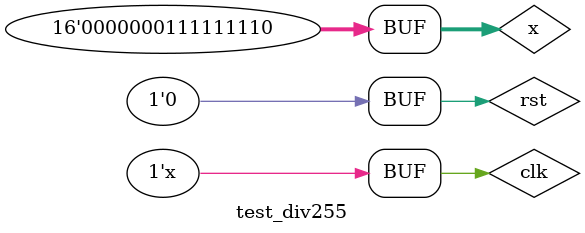
<source format=v>
`timescale 1ns / 1ps


module test_div255;

reg[15:0] x;
reg clk;
reg rst;
wire[15:0] out;

div255 dut(x, clk, rst, out);

initial
    begin
        clk<=1'd0;
        rst<=1'd1;
    end

always #10 clk=~clk;

initial
    begin
        //x<=16'd47619;
        //x<=16'd13;
        //x<=16'd24760;
        //x<=16'd513;
        x<=16'd510;
        //x<=16'd13;
        
        #30 rst<=1'd0;
    end


endmodule

</source>
